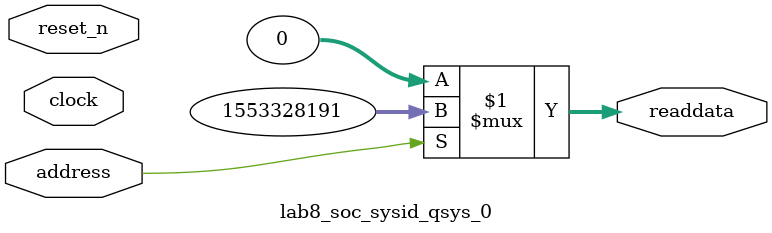
<source format=v>



// synthesis translate_off
`timescale 1ns / 1ps
// synthesis translate_on

// turn off superfluous verilog processor warnings 
// altera message_level Level1 
// altera message_off 10034 10035 10036 10037 10230 10240 10030 

module lab8_soc_sysid_qsys_0 (
               // inputs:
                address,
                clock,
                reset_n,

               // outputs:
                readdata
             )
;

  output  [ 31: 0] readdata;
  input            address;
  input            clock;
  input            reset_n;

  wire    [ 31: 0] readdata;
  //control_slave, which is an e_avalon_slave
  assign readdata = address ? 1553328191 : 0;

endmodule



</source>
